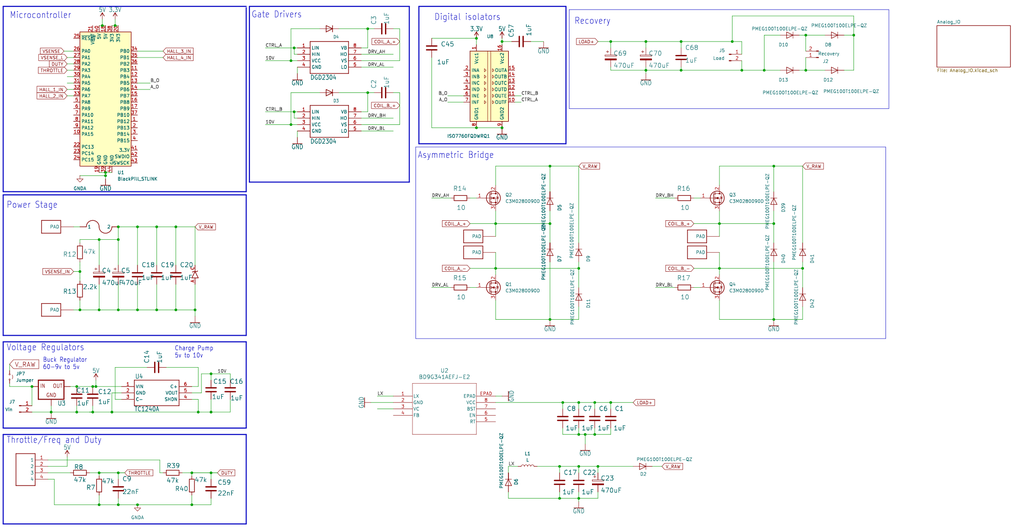
<source format=kicad_sch>
(kicad_sch (version 20231120) (generator "eeschema") (generator_version "8.0")
  (paper "User" 406.705 210.007)
  (junction (at 232.41 172.72))
  (junction (at 78.74 163.83))
  (junction (at 77.47 123.19))
  (junction (at 218.44 66.04))
  (junction (at 38.1 153.67))
  (junction (at 229.87 172.72))
  (junction (at 222.25 185.42))
  (junction (at 39.37 200.66))
  (junction (at 285.75 106.68))
  (junction (at 46.99 123.19))
  (junction (at 196.85 106.68))
  (junction (at 242.57 160.02))
  (junction (at 69.85 123.19))
  (junction (at 39.37 187.96))
  (junction (at 115.57 49.53))
  (junction (at 237.49 185.42))
  (junction (at 229.87 198.12))
  (junction (at 236.22 160.02))
  (junction (at 83.82 187.96))
  (junction (at 54.61 123.19))
  (junction (at 229.87 185.42))
  (junction (at 242.57 16.51))
  (junction (at 62.23 123.19))
  (junction (at 320.04 27.94))
  (junction (at 270.51 27.94))
  (junction (at 20.32 163.83))
  (junction (at 41.91 69.85))
  (junction (at 76.2 187.96))
  (junction (at 115.57 24.13))
  (junction (at 39.37 123.19))
  (junction (at 12.7 153.67))
  (junction (at 285.75 88.9))
  (junction (at 41.91 68.58))
  (junction (at 31.75 107.95))
  (junction (at 307.34 66.04))
  (junction (at 196.85 88.9))
  (junction (at 199.39 16.51))
  (junction (at 46.99 187.96))
  (junction (at 307.34 127))
  (junction (at 256.54 27.94))
  (junction (at 76.2 200.66))
  (junction (at 40.64 10.16))
  (junction (at 116.84 19.05))
  (junction (at 222.25 198.12))
  (junction (at 39.37 95.25))
  (junction (at 83.82 148.59))
  (junction (at 54.61 90.17))
  (junction (at 46.99 95.25))
  (junction (at 307.34 88.9))
  (junction (at 54.61 200.66))
  (junction (at 62.23 90.17))
  (junction (at 116.84 44.45))
  (junction (at 44.45 163.83))
  (junction (at 199.39 50.8))
  (junction (at 189.23 15.24))
  (junction (at 290.83 16.51))
  (junction (at 46.99 200.66))
  (junction (at 30.48 153.67))
  (junction (at 30.48 163.83))
  (junction (at 223.52 160.02))
  (junction (at 318.77 106.68))
  (junction (at 294.64 27.94))
  (junction (at 45.72 10.16))
  (junction (at 236.22 172.72))
  (junction (at 218.44 88.9))
  (junction (at 229.87 106.68))
  (junction (at 36.83 163.83))
  (junction (at 83.82 163.83))
  (junction (at 229.87 160.02))
  (junction (at 31.75 123.19))
  (junction (at 46.99 90.17))
  (junction (at 189.23 50.8))
  (junction (at 320.04 13.97))
  (junction (at 146.05 36.83))
  (junction (at 146.05 11.43))
  (junction (at 36.83 153.67))
  (junction (at 256.54 16.51))
  (junction (at 218.44 127))
  (junction (at 339.09 13.97))
  (junction (at 69.85 90.17))
  (junction (at 270.51 16.51))
  (junction (at 303.53 27.94))
  (wire (pts (xy 232.41 172.72) (xy 232.41 176.53)))
  (wire (pts (xy 290.83 16.51) (xy 290.83 6.35)) (stroke (width 0.1524)))
  (wire (pts (xy 26.67 185.42) (xy 26.67 181.61)) (stroke (width 0.1524)))
  (wire (pts (xy 186.69 114.3) (xy 189.23 114.3)) (stroke (width 0.1524)))
  (wire (pts (xy 285.75 106.68) (xy 318.77 106.68)))
  (wire (pts (xy 78.74 158.75) (xy 78.74 163.83)) (stroke (width 0.1524)))
  (wire (pts (xy 54.61 22.86) (xy 64.77 22.86)))
  (wire (pts (xy 44.45 163.83) (xy 44.45 156.21)) (stroke (width 0.1524)))
  (wire (pts (xy 69.85 113.03) (xy 69.85 123.19)))
  (wire (pts (xy 270.51 27.94) (xy 270.51 26.67)))
  (wire (pts (xy 320.04 22.86) (xy 320.04 27.94)))
  (wire (pts (xy 83.82 148.59) (xy 91.44 148.59)) (stroke (width 0.1524)))
  (wire (pts (xy 46.99 187.96) (xy 49.53 187.96)))
  (wire (pts (xy 158.75 49.53) (xy 143.51 49.53)) (stroke (width 0.1524)))
  (wire (pts (xy 12.7 153.67) (xy 12.7 161.29)))
  (wire (pts (xy 143.51 26.67) (xy 156.21 26.67)) (stroke (width 0.1524)))
  (wire (pts (xy 199.39 16.51) (xy 199.39 17.78)))
  (wire (pts (xy 229.87 127) (xy 218.44 127)))
  (wire (pts (xy 3.81 152.4) (xy 3.81 153.67)))
  (wire (pts (xy 116.84 44.45) (xy 105.41 44.45)) (stroke (width 0.1524)))
  (wire (pts (xy 146.05 11.43) (xy 146.05 19.05)) (stroke (width 0.1524)))
  (wire (pts (xy 36.83 163.83) (xy 44.45 163.83)) (stroke (width 0.1524)))
  (wire (pts (xy 30.48 163.83) (xy 36.83 163.83)) (stroke (width 0.1524)))
  (wire (pts (xy 31.75 123.19) (xy 39.37 123.19)) (stroke (width 0.1524)))
  (wire (pts (xy 116.84 21.59) (xy 116.84 19.05)))
  (wire (pts (xy 118.11 44.45) (xy 116.84 44.45)) (stroke (width 0.1524)))
  (wire (pts (xy 242.57 27.94) (xy 256.54 27.94)))
  (wire (pts (xy 156.21 11.43) (xy 158.75 11.43)))
  (wire (pts (xy 54.61 105.41) (xy 54.61 90.17)) (stroke (width 0.1524)))
  (wire (pts (xy 229.87 66.04) (xy 229.87 96.52)) (stroke (width 0.1524)))
  (wire (pts (xy 242.57 26.67) (xy 242.57 27.94)))
  (wire (pts (xy 259.08 185.42) (xy 262.89 185.42)))
  (wire (pts (xy 285.75 66.04) (xy 285.75 73.66)) (stroke (width 0.1524)))
  (wire (pts (xy 26.67 38.1) (xy 29.21 38.1)))
  (wire (pts (xy 275.59 114.3) (xy 278.13 114.3)) (stroke (width 0.1524)))
  (wire (pts (xy 237.49 187.96) (xy 237.49 185.42)))
  (wire (pts (xy 218.44 88.9) (xy 196.85 88.9)))
  (polyline (pts (xy 162.56 72.39) (xy 162.56 2.54)) (stroke (width 0.4064) (type solid)))
  (wire (pts (xy 36.83 161.29) (xy 36.83 163.83)))
  (polyline (pts (xy 97.79 135.89) (xy 97.79 170.18)) (stroke (width 0.4064) (type solid)))
  (wire (pts (xy 210.82 16.51) (xy 215.9 16.51)))
  (wire (pts (xy 318.77 121.92) (xy 318.77 127)))
  (wire (pts (xy 80.01 156.21) (xy 80.01 148.59)) (stroke (width 0.1524)))
  (wire (pts (xy 285.75 127) (xy 307.34 127)))
  (wire (pts (xy 223.52 162.56) (xy 223.52 160.02)))
  (wire (pts (xy 77.47 113.03) (xy 77.47 123.19)) (stroke (width 0.1524)))
  (wire (pts (xy 218.44 104.14) (xy 218.44 127)))
  (wire (pts (xy 339.09 27.94) (xy 339.09 13.97)) (stroke (width 0.1524)))
  (wire (pts (xy 118.11 29.21) (xy 118.11 26.67)) (stroke (width 0.1524)))
  (wire (pts (xy 204.47 38.1) (xy 207.01 38.1)) (stroke (width 0.1524)))
  (wire (pts (xy 115.57 24.13) (xy 105.41 24.13)) (stroke (width 0.1524)))
  (wire (pts (xy 118.11 21.59) (xy 116.84 21.59)))
  (wire (pts (xy 218.44 83.82) (xy 218.44 88.9)))
  (wire (pts (xy 179.07 78.74) (xy 171.45 78.74)))
  (wire (pts (xy 171.45 22.86) (xy 171.45 50.8)))
  (wire (pts (xy 327.66 13.97) (xy 320.04 13.97)))
  (wire (pts (xy 318.77 66.04) (xy 307.34 66.04)) (stroke (width 0.1524)))
  (wire (pts (xy 38.1 153.67) (xy 48.26 153.67)) (stroke (width 0.1524)))
  (wire (pts (xy 236.22 172.72) (xy 242.57 172.72)))
  (wire (pts (xy 196.85 66.04) (xy 196.85 73.66)) (stroke (width 0.1524)))
  (polyline (pts (xy 1.27 135.89) (xy 97.79 135.89)) (stroke (width 0.4064) (type solid)))
  (wire (pts (xy 76.2 158.75) (xy 78.74 158.75)) (stroke (width 0.1524)))
  (wire (pts (xy 318.77 104.14) (xy 318.77 106.68)))
  (wire (pts (xy 156.21 36.83) (xy 158.75 36.83)))
  (wire (pts (xy 222.25 198.12) (xy 222.25 195.58)))
  (wire (pts (xy 196.85 157.48) (xy 199.39 157.48)))
  (wire (pts (xy 26.67 30.48) (xy 29.21 30.48)))
  (wire (pts (xy 307.34 88.9) (xy 285.75 88.9)))
  (wire (pts (xy 327.66 27.94) (xy 320.04 27.94)))
  (wire (pts (xy 45.72 10.16) (xy 46.99 10.16)))
  (wire (pts (xy 38.1 153.67) (xy 38.1 151.13)) (stroke (width 0.1524)))
  (wire (pts (xy 115.57 24.13) (xy 115.57 11.43)) (stroke (width 0.1524)))
  (wire (pts (xy 46.99 198.12) (xy 46.99 200.66)))
  (wire (pts (xy 39.37 95.25) (xy 46.99 95.25)) (stroke (width 0.1524)))
  (wire (pts (xy 46.99 95.25) (xy 46.99 90.17)) (stroke (width 0.1524)))
  (wire (pts (xy 83.82 163.83) (xy 83.82 158.75)) (stroke (width 0.1524)))
  (wire (pts (xy 189.23 50.8) (xy 199.39 50.8)))
  (wire (pts (xy 78.74 153.67) (xy 76.2 153.67)) (stroke (width 0.1524)))
  (wire (pts (xy 46.99 113.03) (xy 46.99 123.19)) (stroke (width 0.1524)))
  (wire (pts (xy 26.67 22.86) (xy 29.21 22.86)))
  (wire (pts (xy 69.85 105.41) (xy 69.85 90.17)) (stroke (width 0.1524)))
  (wire (pts (xy 229.87 187.96) (xy 229.87 185.42)))
  (wire (pts (xy 223.52 172.72) (xy 229.87 172.72)))
  (polyline (pts (xy 166.37 2.54) (xy 224.79 2.54)) (stroke (width 0.4064) (type solid)))
  (wire (pts (xy 39.37 187.96) (xy 46.99 187.96)))
  (wire (pts (xy 229.87 121.92) (xy 229.87 127)))
  (wire (pts (xy 275.59 78.74) (xy 278.13 78.74)) (stroke (width 0.1524)))
  (wire (pts (xy 76.2 187.96) (xy 83.82 187.96)))
  (wire (pts (xy 294.64 27.94) (xy 303.53 27.94)))
  (wire (pts (xy 72.39 187.96) (xy 76.2 187.96)) (stroke (width 0.1524)))
  (wire (pts (xy 45.72 158.75) (xy 45.72 146.05)) (stroke (width 0.1524)))
  (wire (pts (xy 285.75 106.68) (xy 275.59 106.68)) (stroke (width 0.1524)))
  (wire (pts (xy 54.61 113.03) (xy 54.61 123.19)))
  (wire (pts (xy 285.75 88.9) (xy 285.75 83.82)) (stroke (width 0.1524)))
  (wire (pts (xy 45.72 10.16) (xy 45.72 7.62)) (stroke (width 0.1524)))
  (wire (pts (xy 26.67 27.94) (xy 29.21 27.94)))
  (polyline (pts (xy 99.06 2.54) (xy 99.06 72.39)) (stroke (width 0.4064) (type solid)))
  (wire (pts (xy 54.61 90.17) (xy 62.23 90.17)) (stroke (width 0.1524)))
  (wire (pts (xy 303.53 13.97) (xy 303.53 27.94)))
  (wire (pts (xy 294.64 16.51) (xy 294.64 21.59)))
  (wire (pts (xy 339.09 6.35) (xy 339.09 13.97)) (stroke (width 0.1524)))
  (wire (pts (xy 66.04 146.05) (xy 78.74 146.05)) (stroke (width 0.1524)))
  (wire (pts (xy 31.75 119.38) (xy 31.75 123.19)) (stroke (width 0.1524)))
  (wire (pts (xy 83.82 163.83) (xy 91.44 163.83)) (stroke (width 0.1524)))
  (wire (pts (xy 12.7 163.83) (xy 20.32 163.83)))
  (polyline (pts (xy 1.27 77.47) (xy 1.27 133.35)) (stroke (width 0.4064) (type solid)))
  (wire (pts (xy 83.82 187.96) (xy 86.36 187.96)) (stroke (width 0.1524)))
  (polyline (pts (xy 1.27 2.54) (xy 97.79 2.54)) (stroke (width 0.4064) (type solid)))
  (wire (pts (xy 80.01 148.59) (xy 83.82 148.59)) (stroke (width 0.1524)))
  (wire (pts (xy 44.45 156.21) (xy 48.26 156.21)) (stroke (width 0.1524)))
  (wire (pts (xy 146.05 19.05) (xy 143.51 19.05)) (stroke (width 0.1524)))
  (wire (pts (xy 83.82 198.12) (xy 83.82 200.66)))
  (wire (pts (xy 31.75 105.41) (xy 31.75 107.95)) (stroke (width 0.1524)))
  (wire (pts (xy 229.87 198.12) (xy 237.49 198.12)))
  (wire (pts (xy 143.51 46.99) (xy 156.21 46.99)) (stroke (width 0.1524)))
  (wire (pts (xy 35.56 187.96) (xy 39.37 187.96)) (stroke (width 0.1524)))
  (wire (pts (xy 196.85 100.33) (xy 196.85 106.68)))
  (wire (pts (xy 77.47 125.73) (xy 77.47 123.19)) (stroke (width 0.1524)))
  (wire (pts (xy 237.49 16.51) (xy 242.57 16.51)) (stroke (width 0.1524)))
  (wire (pts (xy 63.5 182.88) (xy 63.5 187.96)))
  (polyline (pts (xy 224.79 57.15) (xy 166.37 57.15)) (stroke (width 0.4064) (type solid)))
  (wire (pts (xy 118.11 49.53) (xy 115.57 49.53)) (stroke (width 0.1524)))
  (wire (pts (xy 236.22 162.56) (xy 236.22 160.02)))
  (wire (pts (xy 3.81 144.78) (xy 3.81 147.32)))
  (wire (pts (xy 62.23 90.17) (xy 69.85 90.17)) (stroke (width 0.1524)))
  (wire (pts (xy 307.34 96.52) (xy 307.34 88.9)))
  (wire (pts (xy 46.99 200.66) (xy 39.37 200.66)) (stroke (width 0.1524)))
  (wire (pts (xy 115.57 11.43) (xy 127 11.43)) (stroke (width 0.1524)))
  (wire (pts (xy 31.75 110.49) (xy 31.75 111.76)))
  (polyline (pts (xy 224.79 2.54) (xy 224.79 57.15)) (stroke (width 0.4064) (type solid)))
  (wire (pts (xy 146.05 44.45) (xy 143.51 44.45)) (stroke (width 0.1524)))
  (wire (pts (xy 171.45 15.24) (xy 189.23 15.24)))
  (wire (pts (xy 242.57 16.51) (xy 256.54 16.51)) (stroke (width 0.1524)))
  (wire (pts (xy 77.47 105.41) (xy 77.47 90.17)) (stroke (width 0.1524)))
  (wire (pts (xy 54.61 200.66) (xy 76.2 200.66)) (stroke (width 0.1524)))
  (wire (pts (xy 26.67 25.4) (xy 29.21 25.4)))
  (wire (pts (xy 83.82 187.96) (xy 86.36 187.96)))
  (wire (pts (xy 39.37 187.96) (xy 46.99 187.96)) (stroke (width 0.1524)))
  (wire (pts (xy 19.05 190.5) (xy 21.59 190.5)) (stroke (width 0.1524)))
  (wire (pts (xy 171.45 50.8) (xy 189.23 50.8)))
  (wire (pts (xy 222.25 185.42) (xy 229.87 185.42)))
  (wire (pts (xy 83.82 187.96) (xy 83.82 190.5)) (stroke (width 0.1524)))
  (polyline (pts (xy 166.37 57.15) (xy 166.37 2.54)) (stroke (width 0.4064) (type solid)))
  (wire (pts (xy 19.05 187.96) (xy 27.94 187.96)) (stroke (width 0.1524)))
  (wire (pts (xy 218.44 96.52) (xy 218.44 88.9)))
  (wire (pts (xy 36.83 163.83) (xy 35.56 163.83)))
  (wire (pts (xy 196.85 106.68) (xy 196.85 109.22)))
  (wire (pts (xy 134.62 11.43) (xy 146.05 11.43)) (stroke (width 0.1524)))
  (wire (pts (xy 115.57 49.53) (xy 105.41 49.53)) (stroke (width 0.1524)))
  (wire (pts (xy 31.75 107.95) (xy 29.21 107.95)) (stroke (width 0.1524)))
  (wire (pts (xy 78.74 146.05) (xy 78.74 153.67)) (stroke (width 0.1524)))
  (wire (pts (xy 218.44 66.04) (xy 218.44 76.2)))
  (wire (pts (xy 41.91 68.58) (xy 41.91 69.85)))
  (wire (pts (xy 62.23 123.19) (xy 69.85 123.19)) (stroke (width 0.1524)))
  (polyline (pts (xy 1.27 76.2) (xy 1.27 2.54)) (stroke (width 0.4064) (type solid)))
  (polyline (pts (xy 99.06 72.39) (xy 162.56 72.39)) (stroke (width 0.4064) (type solid)))
  (wire (pts (xy 118.11 24.13) (xy 115.57 24.13)) (stroke (width 0.1524)))
  (wire (pts (xy 25.4 20.32) (xy 29.21 20.32)))
  (wire (pts (xy 256.54 27.94) (xy 270.51 27.94)))
  (wire (pts (xy 201.93 185.42) (xy 201.93 187.96)))
  (wire (pts (xy 3.81 153.67) (xy 12.7 153.67)))
  (wire (pts (xy 62.23 105.41) (xy 62.23 90.17)) (stroke (width 0.1524)))
  (wire (pts (xy 223.52 160.02) (xy 229.87 160.02)))
  (wire (pts (xy 320.04 13.97) (xy 320.04 20.32)))
  (wire (pts (xy 19.05 182.88) (xy 63.5 182.88)))
  (wire (pts (xy 54.61 33.02) (xy 59.69 33.02)) (stroke (width 0.1524)))
  (wire (pts (xy 27.94 153.67) (xy 30.48 153.67)) (stroke (width 0.1524)))
  (wire (pts (xy 285.75 66.04) (xy 307.34 66.04)) (stroke (width 0.1524)))
  (wire (pts (xy 196.85 66.04) (xy 218.44 66.04)) (stroke (width 0.1524)))
  (wire (pts (xy 229.87 66.04) (xy 218.44 66.04)) (stroke (width 0.1524)))
  (wire (pts (xy 199.39 15.24) (xy 199.39 16.51)))
  (wire (pts (xy 237.49 198.12) (xy 237.49 195.58)))
  (wire (pts (xy 63.5 187.96) (xy 64.77 187.96)))
  (wire (pts (xy 48.26 158.75) (xy 45.72 158.75)) (stroke (width 0.1524)))
  (wire (pts (xy 307.34 127) (xy 318.77 127)))
  (wire (pts (xy 46.99 105.41) (xy 46.99 95.25)) (stroke (width 0.1524)))
  (wire (pts (xy 29.21 123.19) (xy 31.75 123.19)) (stroke (width 0.1524)))
  (polyline (pts (xy 97.79 172.72) (xy 1.27 172.72)) (stroke (width 0.4064) (type solid)))
  (wire (pts (xy 242.57 172.72) (xy 242.57 170.18)))
  (wire (pts (xy 267.97 78.74) (xy 260.35 78.74)))
  (wire (pts (xy 39.37 68.58) (xy 41.91 68.58)))
  (wire (pts (xy 196.85 88.9) (xy 196.85 93.98)))
  (wire (pts (xy 54.61 200.66) (xy 46.99 200.66)) (stroke (width 0.1524)))
  (wire (pts (xy 290.83 6.35) (xy 339.09 6.35)) (stroke (width 0.1524)))
  (wire (pts (xy 76.2 196.85) (xy 76.2 200.66)) (stroke (width 0.1524)))
  (wire (pts (xy 290.83 16.51) (xy 294.64 16.51)) (stroke (width 0.1524)))
  (wire (pts (xy 45.72 146.05) (xy 58.42 146.05)) (stroke (width 0.1524)))
  (wire (pts (xy 149.86 157.48) (xy 156.21 157.48)))
  (wire (pts (xy 40.64 10.16) (xy 41.91 10.16)))
  (wire (pts (xy 91.44 148.59) (xy 91.44 151.13)) (stroke (width 0.1524)))
  (wire (pts (xy 285.75 100.33) (xy 285.75 106.68)))
  (wire (pts (xy 31.75 95.25) (xy 39.37 95.25)) (stroke (width 0.1524)))
  (wire (pts (xy 229.87 162.56) (xy 229.87 160.02)))
  (polyline (pts (xy 97.79 3.048) (xy 97.79 76.2)) (stroke (width 0.4064) (type solid)))
  (wire (pts (xy 39.37 10.16) (xy 40.64 10.16)))
  (polyline (pts (xy 97.79 77.47) (xy 1.27 77.47)) (stroke (width 0.4064) (type solid)))
  (wire (pts (xy 229.87 104.14) (xy 229.87 106.68)))
  (wire (pts (xy 267.97 114.3) (xy 260.35 114.3)))
  (wire (pts (xy 213.36 185.42) (xy 222.25 185.42)))
  (polyline (pts (xy 97.79 208.28) (xy 97.79 172.72)) (stroke (width 0.4064) (type solid)))
  (polyline (pts (xy 1.27 133.35) (xy 97.79 133.35)) (stroke (width 0.4064) (type solid)))
  (wire (pts (xy 76.2 156.21) (xy 80.01 156.21)) (stroke (width 0.1524)))
  (wire (pts (xy 205.74 185.42) (xy 201.93 185.42)))
  (wire (pts (xy 19.05 185.42) (xy 26.67 185.42)) (stroke (width 0.1524)))
  (wire (pts (xy 44.45 163.83) (xy 78.74 163.83)) (stroke (width 0.1524)))
  (wire (pts (xy 54.61 123.19) (xy 62.23 123.19)) (stroke (width 0.1524)))
  (wire (pts (xy 29.21 90.17) (xy 31.75 90.17)) (stroke (width 0.1524)))
  (wire (pts (xy 49.53 187.96) (xy 46.99 187.96)) (stroke (width 0.1524)))
  (wire (pts (xy 320.04 13.97) (xy 317.5 13.97)))
  (wire (pts (xy 46.99 187.96) (xy 46.99 190.5)) (stroke (width 0.1524)))
  (wire (pts (xy 222.25 198.12) (xy 229.87 198.12)))
  (wire (pts (xy 177.8 38.1) (xy 184.15 38.1)))
  (wire (pts (xy 189.23 15.24) (xy 189.23 17.78)))
  (wire (pts (xy 76.2 187.96) (xy 76.2 189.23)))
  (wire (pts (xy 156.21 160.02) (xy 147.32 160.02)))
  (wire (pts (xy 307.34 104.14) (xy 307.34 127)))
  (wire (pts (xy 158.75 36.83) (xy 158.75 49.53)) (stroke (width 0.1524)))
  (wire (pts (xy 115.57 36.83) (xy 127 36.83)) (stroke (width 0.1524)))
  (wire (pts (xy 270.51 16.51) (xy 270.51 19.05)))
  (wire (pts (xy 229.87 172.72) (xy 232.41 172.72)))
  (wire (pts (xy 46.99 123.19) (xy 54.61 123.19)) (stroke (width 0.1524)))
  (polyline (pts (xy 1.27 170.18) (xy 1.27 135.89)) (stroke (width 0.4064) (type solid)))
  (wire (pts (xy 78.74 163.83) (xy 83.82 163.83)) (stroke (width 0.1524)))
  (wire (pts (xy 41.91 69.85) (xy 41.91 71.12)))
  (wire (pts (xy 256.54 16.51) (xy 270.51 16.51)) (stroke (width 0.1524)))
  (wire (pts (xy 44.45 10.16) (xy 45.72 10.16)))
  (wire (pts (xy 196.85 160.02) (xy 223.52 160.02)))
  (wire (pts (xy 21.59 190.5) (xy 21.59 200.66)) (stroke (width 0.1524)))
  (wire (pts (xy 236.22 160.02) (xy 242.57 160.02)))
  (wire (pts (xy 307.34 66.04) (xy 307.34 76.2)))
  (wire (pts (xy 39.37 196.85) (xy 39.37 200.66)) (stroke (width 0.1524)))
  (wire (pts (xy 36.83 153.67) (xy 38.1 153.67)) (stroke (width 0.1524)))
  (wire (pts (xy 118.11 54.61) (xy 118.11 52.07)) (stroke (width 0.1524)))
  (wire (pts (xy 196.85 88.9) (xy 196.85 83.82)) (stroke (width 0.1524)))
  (wire (pts (xy 54.61 35.56) (xy 59.69 35.56)) (stroke (width 0.1524)))
  (wire (pts (xy 270.51 16.51) (xy 290.83 16.51)) (stroke (width 0.1524)))
  (wire (pts (xy 115.57 49.53) (xy 115.57 36.83)) (stroke (width 0.1524)))
  (wire (pts (xy 31.75 95.25) (xy 31.75 96.52)))
  (wire (pts (xy 69.85 90.17) (xy 77.47 90.17)) (stroke (width 0.1524)))
  (wire (pts (xy 31.75 107.95) (xy 31.75 110.49)) (stroke (width 0.1524)))
  (wire (pts (xy 143.51 21.59) (xy 156.21 21.59)) (stroke (width 0.1524)))
  (wire (pts (xy 339.09 13.97) (xy 335.28 13.97)))
  (wire (pts (xy 116.84 46.99) (xy 116.84 44.45)))
  (wire (pts (xy 309.88 27.94) (xy 303.53 27.94)))
  (wire (pts (xy 285.75 106.68) (xy 285.75 109.22)))
  (wire (pts (xy 148.59 11.43) (xy 146.05 11.43)) (stroke (width 0.1524)))
  (wire (pts (xy 196.85 106.68) (xy 229.87 106.68)))
  (wire (pts (xy 186.69 78.74) (xy 189.23 78.74)) (stroke (width 0.1524)))
  (polyline (pts (xy 97.79 76.2) (xy 1.27 76.2)) (stroke (width 0.4064) (type solid)))
  (wire (pts (xy 320.04 27.94) (xy 317.5 27.94)))
  (wire (pts (xy 199.39 16.51) (xy 203.2 16.51)))
  (wire (pts (xy 76.2 200.66) (xy 83.82 200.66)) (stroke (width 0.1524)))
  (wire (pts (xy 177.8 40.64) (xy 184.15 40.64)))
  (wire (pts (xy 285.75 88.9) (xy 285.75 93.98)))
  (wire (pts (xy 26.67 35.56) (xy 29.21 35.56)))
  (wire (pts (xy 31.75 69.85) (xy 41.91 69.85)))
  (wire (pts (xy 143.51 24.13) (xy 158.75 24.13)) (stroke (width 0.1524)))
  (wire (pts (xy 196.85 119.38) (xy 196.85 127)))
  (wire (pts (xy 21.59 200.66) (xy 39.37 200.66)) (stroke (width 0.1524)))
  (wire (pts (xy 31.75 104.14) (xy 31.75 105.41)))
  (wire (pts (xy 62.23 113.03) (xy 62.23 123.19)))
  (polyline (pts (xy 1.27 172.72) (xy 1.27 208.28)) (stroke (width 0.4064) (type solid)))
  (wire (pts (xy 242.57 162.56) (xy 242.57 160.02)))
  (wire (pts (xy 229.87 106.68) (xy 229.87 114.3)))
  (wire (pts (xy 196.85 88.9) (xy 186.69 88.9)) (stroke (width 0.1524)))
  (wire (pts (xy 91.44 163.83) (xy 91.44 158.75)) (stroke (width 0.1524)))
  (wire (pts (xy 83.82 151.13) (xy 83.82 148.59)) (stroke (width 0.1524)))
  (wire (pts (xy 285.75 119.38) (xy 285.75 127)))
  (wire (pts (xy 196.85 106.68) (xy 186.69 106.68)) (stroke (width 0.1524)))
  (wire (pts (xy 270.51 27.94) (xy 294.64 27.94)))
  (polyline (pts (xy 1.27 208.28) (xy 97.79 208.28)) (stroke (width 0.4064) (type solid)))
  (wire (pts (xy 229.87 172.72) (xy 229.87 170.18)))
  (wire (pts (xy 54.61 20.32) (xy 64.77 20.32)))
  (wire (pts (xy 309.88 13.97) (xy 303.53 13.97)))
  (wire (pts (xy 242.57 160.02) (xy 251.46 160.02)))
  (wire (pts (xy 229.87 198.12) (xy 229.87 199.39)))
  (wire (pts (xy 229.87 160.02) (xy 236.22 160.02)))
  (wire (pts (xy 158.75 11.43) (xy 158.75 24.13)) (stroke (width 0.1524)))
  (wire (pts (xy 30.48 153.67) (xy 36.83 153.67)))
  (wire (pts (xy 201.93 195.58) (xy 201.93 198.12)))
  (wire (pts (xy 118.11 46.99) (xy 116.84 46.99)))
  (wire (pts (xy 229.87 198.12) (xy 229.87 195.58)))
  (wire (pts (xy 134.62 36.83) (xy 146.05 36.83)) (stroke (width 0.1524)))
  (wire (pts (xy 256.54 27.94) (xy 256.54 29.21)))
  (wire (pts (xy 237.49 185.42) (xy 251.46 185.42)))
  (wire (pts (xy 201.93 198.12) (xy 222.25 198.12)))
  (wire (pts (xy 30.48 161.29) (xy 30.48 163.83)))
  (wire (pts (xy 285.75 88.9) (xy 275.59 88.9)) (stroke (width 0.1524)))
  (wire (pts (xy 148.59 36.83) (xy 146.05 36.83)) (stroke (width 0.1524)))
  (wire (pts (xy 232.41 172.72) (xy 236.22 172.72)))
  (wire (pts (xy 222.25 187.96) (xy 222.25 185.42)))
  (wire (pts (xy 39.37 105.41) (xy 39.37 95.25)) (stroke (width 0.1524)))
  (wire (pts (xy 39.37 187.96) (xy 39.37 189.23)))
  (wire (pts (xy 40.64 7.62) (xy 40.64 10.16)))
  (polyline (pts (xy 97.79 133.35) (xy 97.79 77.47)) (stroke (width 0.4064) (type solid)))
  (wire (pts (xy 196.85 127) (xy 218.44 127)))
  (wire (pts (xy 339.09 27.94) (xy 335.28 27.94)) (stroke (width 0.1524)))
  (wire (pts (xy 143.51 52.07) (xy 156.21 52.07)) (stroke (width 0.1524)))
  (wire (pts (xy 179.07 114.3) (xy 171.45 114.3)))
  (wire (pts (xy 204.47 40.64) (xy 207.01 40.64)) (stroke (width 0.1524)))
  (polyline (pts (xy 97.79 170.18) (xy 1.27 170.18)) (stroke (width 0.4064) (type solid)))
  (wire (pts (xy 76.2 187.96) (xy 83.82 187.96)) (stroke (width 0.1524)))
  (wire (pts (xy 256.54 26.67) (xy 256.54 27.94)))
  (wire (pts (xy 318.77 106.68) (xy 318.77 114.3)))
  (wire (pts (xy 229.87 185.42) (xy 237.49 185.42)))
  (wire (pts (xy 41.91 68.58) (xy 44.45 68.58)))
  (wire (pts (xy 39.37 113.03) (xy 39.37 123.19)) (stroke (width 0.1524)))
  (wire (pts (xy 156.21 162.56) (xy 149.86 162.56)))
  (wire (pts (xy 69.85 123.19) (xy 77.47 123.19)) (stroke (width 0.1524)))
  (wire (pts (xy 46.99 90.17) (xy 54.61 90.17)) (stroke (width 0.1524)))
  (wire (pts (xy 146.05 36.83) (xy 146.05 44.45)) (stroke (width 0.1524)))
  (wire (pts (xy 20.32 163.83) (xy 20.32 161.29)) (stroke (width 0.1524)))
  (wire (pts (xy 26.67 33.02) (xy 29.21 33.02)))
  (wire (pts (xy 307.34 83.82) (xy 307.34 88.9)))
  (polyline (pts (xy 162.56 2.54) (xy 99.06 2.54)) (stroke (width 0.4064) (type solid)))
  (wire (pts (xy 318.77 66.04) (xy 318.77 96.52)) (stroke (width 0.1524)))
  (wire (pts (xy 236.22 172.72) (xy 236.22 170.18)))
  (wire (pts (xy 242.57 16.51) (xy 242.57 19.05)))
  (wire (pts (xy 116.84 19.05) (xy 105.41 19.05)) (stroke (width 0.1524)))
  (wire (pts (xy 256.54 16.51) (xy 256.54 19.05)))
  (wire (pts (xy 223.52 172.72) (xy 223.52 170.18)))
  (wire (pts (xy 39.37 123.19) (xy 46.99 123.19)) (stroke (width 0.1524)))
  (wire (pts (xy 294.64 24.13) (xy 294.64 27.94)))
  (wire (pts (xy 20.32 163.83) (xy 30.48 163.83)) (stroke (width 0.1524)))
  (wire (pts (xy 118.11 19.05) (xy 116.84 19.05)) (stroke (width 0.1524)))
  (rectangle (start 226.06 3.81) (end 353.06 43.18))
  (rectangle (start 165.1 58.42) (end 351.79 134.62))
  (text "Digital isolators" (at 172.466 8.382 0) (effects (font (size 2.54 2.159)) (justify left bottom)))
  (text "Power Stage" (at 2.54 83.058 0) (effects (font (size 2.54 2.159)) (justify left bottom)))
  (text "Throttle/Freq and Duty" (at 2.54 176.53 0) (effects (font (size 2.54 2.159)) (justify left bottom)))
  (text "Microcontroller" (at 3.81 7.62 0) (effects (font (size 2.54 2.159)) (justify left bottom)))
  (text "Charge Pump\n5v to 10v" (at 69.342 142.494 0) (effects (font (size 1.778 1.5113)) (justify left bottom)))
  (text "Buck Regulator\n60-9v to 5v" (at 17.018 147.066 0) (effects (font (size 1.778 1.5113)) (justify left bottom)))
  (text "Voltage Regulators" (at 2.54 139.7 0) (effects (font (size 2.54 2.159)) (justify left bottom)))
  (text "Gate Drivers" (at 99.822 7.366 0) (effects (font (size 2.54 2.159)) (justify left bottom)))
  (text "Recovery" (at 228.092 9.906 0) (effects (font (size 2.54 2.159)) (justify left bottom)))
  (text "Asymmetric Bridge" (at 165.862 63.246 0) (effects (font (size 2.54 2.159)) (justify left bottom)))
  (label "CTRL_A" (at 105.41 19.05 0) (effects (font (size 1.2446 1.2446))))
  (label "DRV_BL" (at 146.05 52.07 0) (effects (font (size 1.2446 1.2446))))
  (label "DRV_AL" (at 146.05 26.67 0) (effects (font (size 1.2446 1.2446))))
  (label "DRV_BH" (at 260.35 78.74 0) (effects (font (size 1.2446 1.2446))))
  (label "LX" (at 149.86 157.48 0))
  (label "B_O" (at 59.69 33.02 0) (effects (font (size 1.2446 1.2446))))
  (label "A_O" (at 59.69 35.56 0) (effects (font (size 1.2446 1.2446))))
  (label "B_O" (at 177.8 38.1 180) (effects (font (size 1.2446 1.2446))))
  (label "10V" (at 86.36 148.59 0) (effects (font (size 1.2446 1.2446))))
  (label "CTRL_B" (at 207.01 38.1 0) (effects (font (size 1.2446 1.2446))))
  (label "DRV_BH" (at 146.05 46.99 0) (effects (font (size 1.2446 1.2446))))
  (label "10V" (at 105.41 49.53 0) (effects (font (size 1.2446 1.2446))))
  (label "DRV_AH" (at 146.05 21.59 0) (effects (font (size 1.2446 1.2446))))
  (label "A_O" (at 177.8 40.64 180) (effects (font (size 1.2446 1.2446))))
  (label "CTRL_B" (at 105.41 44.45 0) (effects (font (size 1.2446 1.2446))))
  (label "CTRL_A" (at 207.01 40.64 0) (effects (font (size 1.2446 1.2446))))
  (label "DRV_BL" (at 260.35 114.3 0) (effects (font (size 1.2446 1.2446))))
  (label "DRV_AL" (at 171.45 114.3 0) (effects (font (size 1.2446 1.2446))))
  (label "DRV_AH" (at 171.45 78.74 0) (effects (font (size 1.2446 1.2446))))
  (label "LX" (at 201.93 185.42 0))
  (label "10V" (at 105.41 24.13 0) (effects (font (size 1.2446 1.2446))))
  (global_label "VSENSE_IN" (shape input) (at 29.21 107.95 180) (effects (font (size 1.2446 1.2446))) (property "Intersheetrefs" "${INTERSHEET_REFS}" (effects (hide yes))))
  (global_label "COIL_B_+" (shape input) (at 158.75 41.91 180) (effects (font (size 1.2446 1.2446))) (property "Intersheetrefs" "${INTERSHEET_REFS}" (effects (hide yes))))
  (global_label "COIL_B_-" (shape input) (at 275.59 106.68 180) (effects (font (size 1.2446 1.2446))) (property "Intersheetrefs" "${INTERSHEET_REFS}" (effects (hide yes))))
  (global_label "THROTTLE" (shape input) (at 49.53 187.96 0) (effects (font (size 1.2446 1.2446))) (property "Intersheetrefs" "${INTERSHEET_REFS}" (effects (hide yes))))
  (global_label "V_RAW" (shape input) (at 3.81 144.78 0) (effects (font (size 1.778 1.778))) (property "Intersheetrefs" "${INTERSHEET_REFS}" (effects (hide yes))))
  (global_label "COIL_B_+" (shape input) (at 275.59 88.9 180) (effects (font (size 1.2446 1.2446))) (property "Intersheetrefs" "${INTERSHEET_REFS}" (effects (hide yes))))
  (global_label "VSENSE" (shape input) (at 25.4 20.32 180) (effects (font (size 1.2446 1.2446))) (property "Intersheetrefs" "${INTERSHEET_REFS}" (effects (hide yes))))
  (global_label "V_RAW" (shape input) (at 318.77 66.04 0) (property "Intersheetrefs" "${INTERSHEET_REFS}" (effects (hide yes))))
  (global_label "V_RAW" (shape input) (at 262.89 185.42 0) (property "Intersheetrefs" "${INTERSHEET_REFS}" (effects (hide yes))))
  (global_label "LOAD+" (shape input) (at 237.49 16.51 180) (effects (font (size 1.2446 1.2446))) (property "Intersheetrefs" "${INTERSHEET_REFS}" (effects (hide yes))))
  (global_label "V_RAW" (shape input) (at 77.47 90.17 0) (effects (font (size 1.2446 1.2446))) (property "Intersheetrefs" "${INTERSHEET_REFS}" (effects (hide yes))))
  (global_label "HALL_3_IN" (shape input) (at 64.77 20.32 0) (property "Intersheetrefs" "${INTERSHEET_REFS}" (effects (hide yes))))
  (global_label "DUTY" (shape input) (at 86.36 187.96 0) (effects (font (size 1.2446 1.2446))) (property "Intersheetrefs" "${INTERSHEET_REFS}" (effects (hide yes))))
  (global_label "COIL_A_+" (shape input) (at 158.75 16.51 180) (effects (font (size 1.2446 1.2446))) (property "Intersheetrefs" "${INTERSHEET_REFS}" (effects (hide yes))))
  (global_label "HALL_1_IN" (shape input) (at 26.67 35.56 180) (property "Intersheetrefs" "${INTERSHEET_REFS}" (effects (hide yes))))
  (global_label "VSENSE_L" (shape input) (at 26.67 22.86 180) (effects (font (size 1.2446 1.2446))) (property "Intersheetrefs" "${INTERSHEET_REFS}" (effects (hide yes))))
  (global_label "HALL_4_IN" (shape input) (at 64.77 22.86 0) (property "Intersheetrefs" "${INTERSHEET_REFS}" (effects (hide yes))))
  (global_label "DUTY" (shape input) (at 26.67 25.4 180) (property "Intersheetrefs" "${INTERSHEET_REFS}" (effects (hide yes))))
  (global_label "COIL_A_-" (shape input) (at 186.69 106.68 180) (effects (font (size 1.2446 1.2446))) (property "Intersheetrefs" "${INTERSHEET_REFS}" (effects (hide yes))))
  (global_label "V_RAW" (shape input) (at 229.87 66.04 0) (property "Intersheetrefs" "${INTERSHEET_REFS}" (effects (hide yes))))
  (global_label "LOAD+" (shape input) (at 251.46 160.02 0) (effects (font (size 1.2446 1.2446))) (property "Intersheetrefs" "${INTERSHEET_REFS}" (effects (hide yes))))
  (global_label "COIL_A_+" (shape input) (at 186.69 88.9 180) (effects (font (size 1.2446 1.2446))) (property "Intersheetrefs" "${INTERSHEET_REFS}" (effects (hide yes))))
  (global_label "THROTTLE" (shape input) (at 26.67 27.94 180) (property "Intersheetrefs" "${INTERSHEET_REFS}" (effects (hide yes))))
  (global_label "HALL_2_IN" (shape input) (at 26.67 38.1 180) (property "Intersheetrefs" "${INTERSHEET_REFS}" (effects (hide yes))))
  (symbol (lib_id "main-eagle-import:5V") (at 199.39 15.24 0) (unit 1)
    (property "Reference" "#SUPPLY010" (effects (hide yes)))
    (property "Value" "5V" (at 199.39 12.446 0) (effects (font (size 1.778 1.5113)) (justify bottom)))
  )
  (symbol (lib_id "Component_Library:R2k2") (at 31.75 115.57 180) (unit 1)
    (property "Reference" "R13" (at 27.686 114.808 0) (effects (font (size 1.778 1.778)) (justify bottom)))
    (property "Value" "2.2k" (at 35.814 115.062 0) (effects (font (size 1.778 1.778)) (justify top)))
    (property "Footprint" "Resistor_SMD:R_1206_3216Metric" (effects (hide yes)))
    (property "Description" "Resistor" (effects (hide yes)))
  )
  (symbol (lib_id "Component_Library:CHV1812N250105MXT") (at 152.4 36.83 90) (unit 1)
    (property "Reference" "C2" (at 149.479 35.306 0) (effects (font (size 1.778 1.778)) (justify left bottom)))
    (property "Value" "1uF" (at 154.559 35.306 0) (effects (font (size 1.778 1.778)) (justify left bottom)))
    (property "Footprint" "Capacitor_SMD:C_1812_4532Metric" (effects (hide yes)))
    (property "Datasheet" "https://88ce57.p3cdn1.secureserver.net/wp-content/uploads/2023/01/chv_series-1.pdf" (effects (hide yes)))
    (property "Description" "HVCAP1812 X7R 1UF 20% 250V" (effects (hide yes)))
  )
  (symbol (lib_id "Component_Library:CHV1812N250105MXT") (at 222.25 191.77 0) (unit 1)
    (property "Reference" "C17" (at 223.774 188.849 0) (effects (font (size 1.778 1.778)) (justify left bottom)))
    (property "Value" "1uF" (at 223.266 196.596 0) (effects (font (size 1.778 1.778)) (justify left bottom)))
    (property "Footprint" "Capacitor_SMD:C_1812_4532Metric" (effects (hide yes)))
    (property "Datasheet" "https://88ce57.p3cdn1.secureserver.net/wp-content/uploads/2023/01/chv_series-1.pdf" (effects (hide yes)))
    (property "Description" "HVCAP1812 X7R 1UF 20% 250V" (effects (hide yes)))
  )
  (symbol (lib_id "Component_Library:CHV1812N250105MXT") (at 83.82 154.94 0) (unit 1)
    (property "Reference" "C15" (at 84.582 152.654 0) (effects (font (size 1.778 1.778)) (justify left bottom)))
    (property "Value" "1uF" (at 84.074 158.75 0) (effects (font (size 1.778 1.778)) (justify left bottom)))
    (property "Footprint" "Capacitor_SMD:C_1812_4532Metric" (effects (hide yes)))
    (property "Datasheet" "https://88ce57.p3cdn1.secureserver.net/wp-content/uploads/2023/01/chv_series-1.pdf" (effects (hide yes)))
    (property "Description" "HVCAP1812 X7R 1UF 20% 250V" (effects (hide yes)))
  )
  (symbol (lib_id "Component_Library:PMEG100T100ELPE-QZ") (at 218.44 80.01 270) (unit 1)
    (property "Reference" "D5" (at 222.25 82.55 0))
    (property "Value" "PMEG100T100ELPE-QZ" (at 215.9 80.01 0))
    (property "Footprint" "Package_TO_SOT_SMD:Nexperia_CFP15_SOT-1289" (effects (hide yes)))
    (property "Datasheet" "https://assets.nexperia.com/documents/data-sheet/PMEG100T100ELPE-Q.pdf" (effects (hide yes)))
    (property "Description" "DIODE SCHOTTKY 100V 10A 22ns" (effects (hide yes)))
  )
  (symbol (lib_id "Component_Library:ROX1SJ10R") (at 271.78 78.74 270) (unit 1)
    (property "Reference" "R16" (at 271.526 75.946 90) (effects (font (size 1.778 1.778)) (justify bottom)))
    (property "Value" "10" (at 272.034 81.534 90) (effects (font (size 1.778 1.778)) (justify top)))
    (property "Footprint" "Resistor_THT:R_Axial_DIN0411_L9.9mm_D3.6mm_P15.24mm_Horizontal" (effects (hide yes)))
    (property "Datasheet" "https://www.te.com/commerce/DocumentDelivery/DDEController?Action=srchrtrv&DocNm=1773271&DocType=DS&DocLang=English" (effects (hide yes)))
    (property "Description" "RES 10 OHM 5% 1W AXIAL" (effects (hide yes)))
  )
  (symbol (lib_id "Component_Library:PMEG100T100ELPE-QZ") (at 318.77 118.11 270) (unit 1)
    (property "Reference" "D42" (at 322.58 120.65 0))
    (property "Value" "PMEG100T100ELPE-QZ" (at 316.23 118.11 0))
    (property "Footprint" "Package_TO_SOT_SMD:Nexperia_CFP15_SOT-1289" (effects (hide yes)))
    (property "Datasheet" "https://assets.nexperia.com/documents/data-sheet/PMEG100T100ELPE-Q.pdf" (effects (hide yes)))
    (property "Description" "DIODE SCHOTTKY 100V 10A 22ns" (effects (hide yes)))
  )
  (symbol (lib_id "Component_Library:C3M0280090D_TO247") (at 194.31 114.3 0) (unit 1)
    (property "Reference" "Q1" (at 200.66 113.0299 0) (effects (justify left)))
    (property "Value" "C3M0280090D" (at 200.66 115.5699 0) (effects (justify left)))
    (property "Footprint" "Package_TO_SOT_THT:TO-247-3_Horizontal_TabDown" (effects (hide yes)))
    (property "Datasheet" "https://assets.wolfspeed.com/uploads/2024/01/Wolfspeed_C3M0280090D_data_sheet.pdf" (effects (hide yes)))
    (property "Description" "11.5A Id, 900V Vds, 280mOhm, N-Channel SiC MOSFET, TO-247" (effects (hide yes)))
  )
  (symbol (lib_id "Component_Library:CHV1812N250105MXT") (at 30.48 157.48 0) (unit 1)
    (property "Reference" "C11" (at 30.226 156.21 0) (effects (font (size 1.778 1.778)) (justify left bottom)))
    (property "Value" "1uF" (at 30.48 161.29 0) (effects (font (size 1.778 1.778)) (justify left bottom)))
    (property "Footprint" "Capacitor_SMD:C_1812_4532Metric" (effects (hide yes)))
    (property "Datasheet" "https://88ce57.p3cdn1.secureserver.net/wp-content/uploads/2023/01/chv_series-1.pdf" (effects (hide yes)))
    (property "Description" "HVCAP1812 X7R 1UF 20% 250V" (effects (hide yes)))
  )
  (symbol (lib_id "Component_Library:CHV1812N250105MXT") (at 69.85 109.22 0) (unit 1)
    (property "Reference" "C20" (at 71.374 106.299 0) (effects (font (size 1.778 1.778)) (justify left bottom)))
    (property "Value" "1uF" (at 71.374 111.379 0) (effects (font (size 1.778 1.778)) (justify left bottom)))
    (property "Footprint" "Capacitor_SMD:C_1812_4532Metric" (effects (hide yes)))
    (property "Datasheet" "https://88ce57.p3cdn1.secureserver.net/wp-content/uploads/2023/01/chv_series-1.pdf" (effects (hide yes)))
    (property "Description" "HVCAP1812 X7R 1UF 20% 250V" (effects (hide yes)))
  )
  (symbol (lib_id "main-eagle-import:PAD") (at 189.23 100.33 180) (unit 1)
    (property "Reference" "U$2" (effects (hide yes)))
    (property "Value" "PAD" (effects (hide yes)))
    (property "Footprint" "main:PAD" (effects (hide yes)))
  )
  (symbol (lib_id "Component_Library:PMEG100T100ELPE-QZ") (at 229.87 118.11 270) (unit 1)
    (property "Reference" "D11" (at 233.68 120.65 0))
    (property "Value" "PMEG100T100ELPE-QZ" (at 227.33 118.11 0))
    (property "Footprint" "Package_TO_SOT_SMD:Nexperia_CFP15_SOT-1289" (effects (hide yes)))
    (property "Datasheet" "https://assets.nexperia.com/documents/data-sheet/PMEG100T100ELPE-Q.pdf" (effects (hide yes)))
    (property "Description" "DIODE SCHOTTKY 100V 10A 22ns" (effects (hide yes)))
  )
  (symbol (lib_id "main-eagle-import:GND") (at 118.11 57.15 0) (unit 1)
    (property "Reference" "#GND09" (effects (hide yes)))
    (property "Value" "GND" (at 118.11 57.404 0) (effects (font (size 1.778 1.5113)) (justify top)))
  )
  (symbol (lib_id "Component_Library:CHV1812N250105MXT") (at 171.45 19.05 0) (unit 1)
    (property "Reference" "C45" (at 175.006 18.542 0) (effects (font (size 1.778 1.778)) (justify left bottom)))
    (property "Value" "1uF" (at 173.482 25.654 0) (effects (font (size 1.778 1.778)) (justify left bottom)))
    (property "Footprint" "Capacitor_SMD:C_1812_4532Metric" (effects (hide yes)))
    (property "Datasheet" "https://88ce57.p3cdn1.secureserver.net/wp-content/uploads/2023/01/chv_series-1.pdf" (effects (hide yes)))
    (property "Description" "HVCAP1812 X7R 1UF 20% 250V" (effects (hide yes)))
  )
  (symbol (lib_id "main-eagle-import:PAD") (at 21.59 123.19 180) (unit 1)
    (property "Reference" "U$5" (effects (hide yes)))
    (property "Value" "PAD" (effects (hide yes)))
    (property "Footprint" "main:PAD" (effects (hide yes)))
  )
  (symbol (lib_id "Component_Library:PMEG100T100ELPE-QZ") (at 313.69 27.94 180) (unit 1)
    (property "Reference" "D13" (at 311.15 31.75 0))
    (property "Value" "PMEG100T100ELPE-QZ" (at 313.944 36.83 0))
    (property "Footprint" "Package_TO_SOT_SMD:Nexperia_CFP15_SOT-1289" (effects (hide yes)))
    (property "Datasheet" "https://assets.nexperia.com/documents/data-sheet/PMEG100T100ELPE-Q.pdf" (effects (hide yes)))
    (property "Description" "DIODE SCHOTTKY 100V 10A 22ns" (effects (hide yes)))
  )
  (symbol (lib_id "Jumper:Jumper_2_Small_Open") (at 3.81 149.86 270) (unit 1) (exclude_from_sim yes)
    (property "Reference" "JP7" (at 6.35 148.5899 90) (effects (justify left)))
    (property "Value" "Jumper" (at 6.35 151.1299 90) (effects (justify left)))
    (property "Footprint" "Jumper:SolderJumper-2_P1.3mm_Open_RoundedPad1.0x1.5mm" (effects (hide yes)))
    (property "Description" "Jumper, 2-pole, small symbol, open" (effects (hide yes)))
  )
  (symbol (lib_id "Component_Library:CHV1812N250105MXT") (at 62.23 109.22 0) (unit 1)
    (property "Reference" "C19" (at 63.754 106.299 0) (effects (font (size 1.778 1.778)) (justify left bottom)))
    (property "Value" "1uF" (at 63.754 111.379 0) (effects (font (size 1.778 1.778)) (justify left bottom)))
    (property "Footprint" "Capacitor_SMD:C_1812_4532Metric" (effects (hide yes)))
    (property "Datasheet" "https://88ce57.p3cdn1.secureserver.net/wp-content/uploads/2023/01/chv_series-1.pdf" (effects (hide yes)))
    (property "Description" "HVCAP1812 X7R 1UF 20% 250V" (effects (hide yes)))
  )
  (symbol (lib_id "Component_Library:PMEG100T100ELPE-QZ") (at 255.27 185.42 180) (unit 1)
    (property "Reference" "D2" (at 255.524 188.468 0))
    (property "Value" "PMEG100T100ELPE-QZ" (at 263.906 182.626 0))
    (property "Footprint" "Package_TO_SOT_SMD:Nexperia_CFP15_SOT-1289" (effects (hide yes)))
    (property "Datasheet" "https://assets.nexperia.com/documents/data-sheet/PMEG100T100ELPE-Q.pdf" (effects (hide yes)))
    (property "Description" "DIODE SCHOTTKY 100V 10A 22ns" (effects (hide yes)))
  )
  (symbol (lib_id "Component_Library:R47k") (at 76.2 193.04 180) (unit 1)
    (property "Reference" "R40" (at 72.136 193.294 0) (effects (font (size 1.778 1.778)) (justify bottom)))
    (property "Value" "47k" (at 79.756 191.77 0) (effects (font (size 1.778 1.778)) (justify top)))
    (property "Footprint" "Resistor_SMD:R_1206_3216Metric" (effects (hide yes)))
    (property "Description" "Resistor" (effects (hide yes)))
  )
  (symbol (lib_id "Component_Library:ROX1SJ10R") (at 182.88 114.3 270) (unit 1)
    (property "Reference" "R15" (at 182.626 111.506 90) (effects (font (size 1.778 1.778)) (justify bottom)))
    (property "Value" "10" (at 183.134 117.094 90) (effects (font (size 1.778 1.778)) (justify top)))
    (property "Footprint" "Resistor_THT:R_Axial_DIN0411_L9.9mm_D3.6mm_P15.24mm_Horizontal" (effects (hide yes)))
    (property "Datasheet" "https://www.te.com/commerce/DocumentDelivery/DDEController?Action=srchrtrv&DocNm=1773271&DocType=DS&DocLang=English" (effects (hide yes)))
    (property "Description" "RES 10 OHM 5% 1W AXIAL" (effects (hide yes)))
  )
  (symbol (lib_id "main-eagle-import:GND") (at 229.87 201.93 0) (unit 1)
    (property "Reference" "#GND015" (effects (hide yes)))
    (property "Value" "GND" (at 229.87 202.184 0) (effects (font (size 1.778 1.5113)) (justify top)))
  )
  (symbol (lib_id "Component_Library:CHV1812N250105MXT") (at 229.87 166.37 0) (unit 1)
    (property "Reference" "C7" (at 231.394 163.449 0) (effects (font (size 1.778 1.778)) (justify left bottom)))
    (property "Value" "1uF" (at 230.886 171.196 0) (effects (font (size 1.778 1.778)) (justify left bottom)))
    (property "Footprint" "Capacitor_SMD:C_1812_4532Metric" (effects (hide yes)))
    (property "Datasheet" "https://88ce57.p3cdn1.secureserver.net/wp-content/uploads/2023/01/chv_series-1.pdf" (effects (hide yes)))
    (property "Description" "HVCAP1812 X7R 1UF 20% 250V" (effects (hide yes)))
  )
  (symbol (lib_id "Component_Library:C_Pol_470uF") (at 237.49 191.77 0) (unit 1)
    (property "Reference" "C23" (at 238.506 191.135 0) (effects (font (size 1.778 1.778)) (justify left bottom)))
    (property "Value" "470uF" (at 238.506 195.961 0) (effects (font (size 1.778 1.778)) (justify left bottom)))
    (property "Footprint" "Capacitor_THT:CP_Radial_D10.0mm_P5.00mm" (effects (hide yes)))
    (property "Description" "Polarized capacitor" (effects (hide yes)))
  )
  (symbol (lib_id "Device:L") (at 209.55 185.42 90) (unit 1)
    (property "Reference" "L1" (at 209.55 180.34 90))
    (property "Value" "L" (at 209.55 182.88 90))
    (property "Description" "Inductor" (effects (hide yes)))
  )
  (symbol (lib_id "Component_Library:R47k") (at 31.75 187.96 90) (unit 1)
    (property "Reference" "R8" (at 31.242 184.658 90) (effects (font (size 1.778 1.778)) (justify bottom)))
    (property "Value" "47k" (at 31.75 191.77 90) (effects (font (size 1.778 1.778)) (justify top)))
    (property "Footprint" "Resistor_SMD:R_1206_3216Metric" (effects (hide yes)))
    (property "Description" "Resistor" (effects (hide yes)))
  )
  (symbol (lib_id "main-eagle-import:GND") (at 144.78 160.02 270) (unit 1)
    (property "Reference" "#GND01" (effects (hide yes)))
    (property "Value" "GND" (at 144.526 160.02 0) (effects (font (size 1.778 1.5113)) (justify top)))
  )
  (symbol (lib_id "main-eagle-import:3.3V") (at 45.72 7.62 0) (unit 1)
    (property "Reference" "#SUPPLY03" (effects (hide yes)))
    (property "Value" "3.3V" (at 45.72 4.826 0) (effects (font (size 1.778 1.5113)) (justify bottom)))
  )
  (symbol (lib_id "Component_Library:ROX1SJ10R") (at 182.88 78.74 270) (unit 1)
    (property "Reference" "R14" (at 182.626 75.946 90) (effects (font (size 1.778 1.778)) (justify bottom)))
    (property "Value" "10" (at 183.134 81.534 90) (effects (font (size 1.778 1.778)) (justify top)))
    (property "Footprint" "Resistor_THT:R_Axial_DIN0411_L9.9mm_D3.6mm_P15.24mm_Horizontal" (effects (hide yes)))
    (property "Datasheet" "https://www.te.com/commerce/DocumentDelivery/DDEController?Action=srchrtrv&DocNm=1773271&DocType=DS&DocLang=English" (effects (hide yes)))
    (property "Description" "RES 10 OHM 5% 1W AXIAL" (effects (hide yes)))
  )
  (symbol (lib_id "Component_Library:PMEG100T100ELPE-QZ") (at 307.34 80.01 270) (unit 1)
    (property "Reference" "D39" (at 311.15 82.55 0))
    (property "Value" "PMEG100T100ELPE-QZ" (at 304.8 80.01 0))
    (property "Footprint" "Package_TO_SOT_SMD:Nexperia_CFP15_SOT-1289" (effects (hide yes)))
    (property "Datasheet" "https://assets.nexperia.com/documents/data-sheet/PMEG100T100ELPE-Q.pdf" (effects (hide yes)))
    (property "Description" "DIODE SCHOTTKY 100V 10A 22ns" (effects (hide yes)))
  )
  (symbol (lib_id "power:GNDA") (at 31.75 69.85 0) (unit 1)
    (property "Reference" "#PWR014" (effects (hide yes)))
    (property "Value" "GNDA" (at 31.75 74.93 0))
    (property "Description" "Power symbol creates a global label with name \"GNDA\" , analog ground" (effects (hide yes)))
  )
  (symbol (lib_id "main-eagle-import:GND") (at 118.11 31.75 0) (unit 1)
    (property "Reference" "#GND018" (effects (hide yes)))
    (property "Value" "GND" (at 118.11 32.004 0) (effects (font (size 1.778 1.5113)) (justify top)))
  )
  (symbol (lib_id "main-eagle-import:PAD") (at 189.23 93.98 180) (unit 1)
    (property "Reference" "U$1" (effects (hide yes)))
    (property "Value" "COIL_A+" (effects (hide yes)))
    (property "Footprint" "main:PAD" (effects (hide yes)))
  )
  (symbol (lib_id "power:GNDA") (at 54.61 200.66 0) (unit 1)
    (property "Reference" "#PWR09" (effects (hide yes)))
    (property "Value" "GNDA" (at 54.61 205.74 0))
    (property "Description" "Power symbol creates a global label with name \"GNDA\" , analog ground" (effects (hide yes)))
  )
  (symbol (lib_id "Component_Library:PMEG100T100ELPE-QZ") (at 331.47 13.97 180) (unit 1)
    (property "Reference" "D8" (at 328.93 17.78 0))
    (property "Value" "PMEG100T100ELPE-QZ" (at 333.248 10.16 0))
    (property "Footprint" "Package_TO_SOT_SMD:Nexperia_CFP15_SOT-1289" (effects (hide yes)))
    (property "Datasheet" "https://assets.nexperia.com/documents/data-sheet/PMEG100T100ELPE-Q.pdf" (effects (hide yes)))
    (property "Description" "DIODE SCHOTTKY 100V 10A 22ns" (effects (hide yes)))
  )
  (symbol (lib_id "Component_Library:ROX1SJ10R") (at 271.78 114.3 270) (unit 1)
    (property "Reference" "R17" (at 271.526 111.506 90) (effects (font (size 1.778 1.778)) (justify bottom)))
    (property "Value" "10" (at 272.034 117.094 90) (effects (font (size 1.778 1.778)) (justify top)))
    (property "Footprint" "Resistor_THT:R_Axial_DIN0411_L9.9mm_D3.6mm_P15.24mm_Horizontal" (effects (hide yes)))
    (property "Datasheet" "https://www.te.com/commerce/DocumentDelivery/DDEController?Action=srchrtrv&DocNm=1773271&DocType=DS&DocLang=English" (effects (hide yes)))
    (property "Description" "RES 10 OHM 5% 1W AXIAL" (effects (hide yes)))
  )
  (symbol (lib_id "Component_Library:CHV1812N250105MXT") (at 236.22 166.37 0) (unit 1)
    (property "Reference" "C6" (at 237.744 163.449 0) (effects (font (size 1.778 1.778)) (justify left bottom)))
    (property "Value" "1uF" (at 237.236 171.196 0) (effects (font (size 1.778 1.778)) (justify left bottom)))
    (property "Footprint" "Capacitor_SMD:C_1812_4532Metric" (effects (hide yes)))
    (property "Datasheet" "https://88ce57.p3cdn1.secureserver.net/wp-content/uploads/2023/01/chv_series-1.pdf" (effects (hide yes)))
    (property "Description" "HVCAP1812 X7R 1UF 20% 250V" (effects (hide yes)))
  )
  (symbol (lib_id "main-eagle-import:GND") (at 20.32 166.37 0) (unit 1)
    (property "Reference" "#GND06" (effects (hide yes)))
    (property "Value" "GND" (at 20.32 166.624 0) (effects (font (size 1.778 1.5113)) (justify top)))
  )
  (symbol (lib_id "main-eagle-import:GND") (at 77.47 128.27 0) (unit 1)
    (property "Reference" "#GND04" (effects (hide yes)))
    (property "Value" "GND" (at 77.47 128.524 0) (effects (font (size 1.778 1.5113)) (justify top)))
  )
  (symbol (lib_id "Component_Library:CHV1812N250105MXT") (at 62.23 146.05 90) (unit 1)
    (property "Reference" "C14" (at 59.309 144.526 0) (effects (font (size 1.778 1.778)) (justify left bottom)))
    (property "Value" "1uF" (at 64.389 144.526 0) (effects (font (size 1.778 1.778)) (justify left bottom)))
    (property "Footprint" "Capacitor_SMD:C_1812_4532Metric" (effects (hide yes)))
    (property "Datasheet" "https://88ce57.p3cdn1.secureserver.net/wp-content/uploads/2023/01/chv_series-1.pdf" (effects (hide yes)))
    (property "Description" "HVCAP1812 X7R 1UF 20% 250V" (effects (hide yes)))
  )
  (symbol (lib_id "Component_Library:CHV1812N250105MXT") (at 46.99 194.31 0) (unit 1)
    (property "Reference" "C9" (at 48.514 191.389 0) (effects (font (size 1.778 1.778)) (justify left bottom)))
    (property "Value" "22nF" (at 48.514 196.469 0) (effects (font (size 1.778 1.778)) (justify left bottom)))
    (property "Footprint" "Capacitor_SMD:C_0805_2012Metric" (effects (hide yes)))
    (property "Description" "CL21B223KBCNFNC 0.022 µF ±10% 50V Keramische condensators X7R 0805 " (effects (hide yes)))
  )
  (symbol (lib_id "main-eagle-import:GND") (at 256.54 31.75 0) (unit 1)
    (property "Reference" "#GND023" (effects (hide yes)))
    (property "Value" "GND" (at 256.54 32.004 0) (effects (font (size 1.778 1.5113)) (justify top)))
  )
  (symbol (lib_id "Component_Library:ISO7760FQDWRQ1") (at 194.31 35.56 0) (unit 1)
    (property "Reference" "U8" (at 193.294 14.478 0) (effects (justify left)))
    (property "Value" "ISO7760FQDWRQ1" (at 177.546 54.102 0) (effects (justify left)))
    (property "Footprint" "Package_SO:SOIC-16W_7.5x10.3mm_P1.27mm" (effects (hide yes)))
    (property "Datasheet" "https://www.ti.com/lit/ds/symlink/iso7762-q1.pdf" (effects (hide yes)))
    (property "Description" "Default high, High-speed, robust EMC, reinforced, six-channel, digital, isolator, SOIC-16" (effects (hide yes)))
  )
  (symbol (lib_id "Component_Library:C_Pol_470uF") (at 256.54 22.86 0) (unit 1)
    (property "Reference" "C70" (at 257.556 22.225 0) (effects (font (size 1.778 1.778)) (justify left bottom)))
    (property "Value" "470uF" (at 257.556 27.051 0) (effects (font (size 1.778 1.778)) (justify left bottom)))
    (property "Footprint" "Capacitor_THT:CP_Radial_D10.0mm_P5.00mm" (effects (hide yes)))
    (property "Description" "Polarized capacitor" (effects (hide yes)))
  )
  (symbol (lib_id "Component_Library:C3M0280090D_TO247") (at 283.21 78.74 0) (unit 1)
    (property "Reference" "Q3" (at 289.56 77.4699 0) (effects (justify left)))
    (property "Value" "C3M0280090D" (at 289.56 80.0099 0) (effects (justify left)))
    (property "Footprint" "Package_TO_SOT_THT:TO-247-3_Horizontal_TabDown" (effects (hide yes)))
    (property "Datasheet" "https://assets.wolfspeed.com/uploads/2024/01/Wolfspeed_C3M0280090D_data_sheet.pdf" (effects (hide yes)))
    (property "Description" "11.5A Id, 900V Vds, 280mOhm, N-Channel SiC MOSFET, TO-247" (effects (hide yes)))
  )
  (symbol (lib_id "main-eagle-import:TC1240A") (at 60.96 156.21 0) (unit 1)
    (property "Reference" "U4" (at 53.594 150.622 0) (effects (font (size 1.778 1.5113)) (justify left bottom)))
    (property "Value" "TC1240A" (at 53.34 163.576 0) (effects (font (size 1.778 1.5113)) (justify left bottom)))
    (property "Footprint" "main:SOT23-6" (effects (hide yes)))
  )
  (symbol (lib_id "main-eagle-import:GND") (at 41.91 73.66 0) (unit 1)
    (property "Reference" "#GND017" (effects (hide yes)))
    (property "Value" "GND" (at 41.91 73.914 0) (effects (font (size 1.778 1.5113)) (justify top)))
  )
  (symbol (lib_id "Component_Library:DGD2304") (at 130.81 49.53 0) (unit 1)
    (property "Reference" "U6" (effects (hide yes)))
    (property "Value" "DGD2304" (at 123.19 57.15 0) (effects (font (size 1.778 1.5113)) (justify left bottom)))
    (property "Footprint" "Package_SO:SOIC-8_3.9x4.9mm_P1.27mm" (effects (hide yes)))
  )
  (symbol (lib_id "main-eagle-import:HEADER4VALULOK") (at 11.43 187.96 0) (unit 1)
    (property "Reference" "J1" (effects (hide yes)))
    (property "Value" "HEADER4VALULOK" (effects (hide yes)))
    (property "Footprint" "main:4PINVALULOK" (effects (hide yes)))
  )
  (symbol (lib_id "Component_Library:PMEG100T100ELPE-QZ") (at 318.77 100.33 270) (unit 1)
    (property "Reference" "D41" (at 322.58 102.87 0))
    (property "Value" "PMEG100T100ELPE-QZ" (at 315.468 92.456 0))
    (property "Footprint" "Package_TO_SOT_SMD:Nexperia_CFP15_SOT-1289" (effects (hide yes)))
    (property "Datasheet" "https://assets.nexperia.com/documents/data-sheet/PMEG100T100ELPE-Q.pdf" (effects (hide yes)))
    (property "Description" "DIODE SCHOTTKY 100V 10A 22ns" (effects (hide yes)))
  )
  (symbol (lib_id "Component_Library:CHV1812N250105MXT") (at 36.83 157.48 0) (unit 1)
    (property "Reference" "C12" (at 38.862 156.718 0) (effects (font (size 1.778 1.778)) (justify left bottom)))
    (property "Value" "1uF" (at 38.862 160.782 0) (effects (font (size 1.778 1.778)) (justify left bottom)))
    (property "Footprint" "Capacitor_SMD:C_1812_4532Metric" (effects (hide yes)))
    (property "Datasheet" "https://88ce57.p3cdn1.secureserver.net/wp-content/uploads/2023/01/chv_series-1.pdf" (effects (hide yes)))
    (property "Description" "HVCAP1812 X7R 1UF 20% 250V" (effects (hide yes)))
  )
  (symbol (lib_id "Component_Library:C3M0280090D_TO247") (at 194.31 78.74 0) (unit 1)
    (property "Reference" "Q2" (at 200.66 77.4699 0) (effects (justify left)))
    (property "Value" "C3M0280090D" (at 200.66 80.0099 0) (effects (justify left)))
    (property "Footprint" "Package_TO_SOT_THT:TO-247-3_Horizontal_TabDown" (effects (hide yes)))
    (property "Datasheet" "https://assets.wolfspeed.com/uploads/2024/01/Wolfspeed_C3M0280090D_data_sheet.pdf" (effects (hide yes)))
    (property "Description" "11.5A Id, 900V Vds, 280mOhm, N-Channel SiC MOSFET, TO-247" (effects (hide yes)))
  )
  (symbol (lib_id "Component_Library:CHV1812N250105MXT") (at 152.4 11.43 90) (unit 1)
    (property "Reference" "C3" (at 149.479 9.906 0) (effects (font (size 1.778 1.778)) (justify left bottom)))
    (property "Value" "1uF" (at 154.559 9.906 0) (effects (font (size 1.778 1.778)) (justify left bottom)))
    (property "Footprint" "Capacitor_SMD:C_1812_4532Metric" (effects (hide yes)))
    (property "Datasheet" "https://88ce57.p3cdn1.secureserver.net/wp-content/uploads/2023/01/chv_series-1.pdf" (effects (hide yes)))
    (property "Description" "HVCAP1812 X7R 1UF 20% 250V" (effects (hide yes)))
  )
  (symbol (lib_id "Component_Library:R47k") (at 31.75 100.33 180) (unit 1)
    (property "Reference" "R12" (at 27.686 100.076 0) (effects (font (size 1.778 1.778)) (justify bottom)))
    (property "Value" "47k" (at 35.56 101.092 0) (effects (font (size 1.778 1.778)) (justify top)))
    (property "Footprint" "Resistor_SMD:R_1206_3216Metric" (effects (hide yes)))
    (property "Description" "Resistor" (effects (hide yes)))
  )
  (symbol (lib_id "Component_Library:CHV1812N250105MXT") (at 223.52 166.37 0) (unit 1)
    (property "Reference" "C8" (at 225.044 163.449 0) (effects (font (size 1.778 1.778)) (justify left bottom)))
    (property "Value" "1uF" (at 224.536 171.196 0) (effects (font (size 1.778 1.778)) (justify left bottom)))
    (property "Footprint" "Capacitor_SMD:C_1812_4532Metric" (effects (hide yes)))
    (property "Datasheet" "https://88ce57.p3cdn1.secureserver.net/wp-content/uploads/2023/01/chv_series-1.pdf" (effects (hide yes)))
    (property "Description" "HVCAP1812 X7R 1UF 20% 250V" (effects (hide yes)))
  )
  (symbol (lib_id "Component_Library:R47k") (at 68.58 187.96 90) (unit 1)
    (property "Reference" "R39" (at 68.834 184.15 90) (effects (font (size 1.778 1.778)) (justify bottom)))
    (property "Value" "47k" (at 68.58 192.024 90) (effects (font (size 1.778 1.778)) (justify top)))
    (property "Footprint" "Resistor_SMD:R_1206_3216Metric" (effects (hide yes)))
    (property "Description" "Resistor" (effects (hide yes)))
  )
  (symbol (lib_id "Component_Library:CHV1812N250105MXT") (at 83.82 194.31 0) (unit 1)
    (property "Reference" "C59" (at 86.36 192.786 0) (effects (font (size 1.778 1.778)) (justify left bottom)))
    (property "Value" "22nF" (at 86.36 197.104 0) (effects (font (size 1.778 1.778)) (justify left bottom)))
    (property "Footprint" "Capacitor_SMD:C_0805_2012Metric" (effects (hide yes)))
    (property "Description" "CL21B223KBCNFNC 0.022 µF ±10% 50V Keramische condensators X7R 0805 " (effects (hide yes)))
  )
  (symbol (lib_id "Component_Library:C3M0280090D_TO247") (at 283.21 114.3 0) (unit 1)
    (property "Reference" "Q4" (at 289.56 113.0299 0) (effects (justify left)))
    (property "Value" "C3M0280090D" (at 289.56 115.5699 0) (effects (justify left)))
    (property "Footprint" "Package_TO_SOT_THT:TO-247-3_Horizontal_TabDown" (effects (hide yes)))
    (property "Datasheet" "https://assets.wolfspeed.com/uploads/2024/01/Wolfspeed_C3M0280090D_data_sheet.pdf" (effects (hide yes)))
    (property "Description" "11.5A Id, 900V Vds, 280mOhm, N-Channel SiC MOSFET, TO-247" (effects (hide yes)))
  )
  (symbol (lib_id "main-eagle-import:GND") (at 307.34 129.54 0) (unit 1)
    (property "Reference" "#GND08" (effects (hide yes)))
    (property "Value" "GND" (at 307.34 129.794 0) (effects (font (size 1.778 1.5113)) (justify top)))
  )
  (symbol (lib_id "main-eagle-import:PAD") (at 21.59 90.17 180) (unit 1)
    (property "Reference" "U$4" (effects (hide yes)))
    (property "Value" "PAD" (effects (hide yes)))
    (property "Footprint" "main:PAD" (effects (hide yes)))
  )
  (symbol (lib_id "Component_Library:CHV1812N250105MXT") (at 242.57 166.37 0) (unit 1)
    (property "Reference" "C1" (at 244.094 163.449 0) (effects (font (size 1.778 1.778)) (justify left bottom)))
    (property "Value" "1uF" (at 243.586 171.196 0) (effects (font (size 1.778 1.778)) (justify left bottom)))
    (property "Footprint" "Capacitor_SMD:C_1812_4532Metric" (effects (hide yes)))
    (property "Datasheet" "https://88ce57.p3cdn1.secureserver.net/wp-content/uploads/2023/01/chv_series-1.pdf" (effects (hide yes)))
    (property "Description" "HVCAP1812 X7R 1UF 20% 250V" (effects (hide yes)))
  )
  (symbol (lib_id "Component_Library:R47k") (at 39.37 193.04 180) (unit 1)
    (property "Reference" "R7" (at 36.068 192.786 0) (effects (font (size 1.778 1.778)) (justify bottom)))
    (property "Value" "47k" (at 42.926 192.278 0) (effects (font (size 1.778 1.778)) (justify top)))
    (property "Footprint" "Resistor_SMD:R_1206_3216Metric" (effects (hide yes)))
    (property "Description" "Resistor" (effects (hide yes)))
  )
  (symbol (lib_id "main-eagle-import:GND") (at 201.93 157.48 90) (unit 1)
    (property "Reference" "#GND019" (effects (hide yes)))
    (property "Value" "GND" (at 202.184 157.48 0) (effects (font (size 1.778 1.5113)) (justify top)))
  )
  (symbol (lib_id "main-eagle-import:V_REG_78XX") (at 20.32 153.67 0) (unit 1)
    (property "Reference" "U3" (at 22.86 161.29 0) (effects (font (size 1.778 1.5113)) (justify left bottom)))
    (property "Value" "V_REG_78XX" (effects (hide yes)))
    (property "Footprint" "main:V78W_BACKWARDS" (effects (hide yes)))
  )
  (symbol (lib_id "Component_Library:CHV1812N250105MXT") (at 207.01 16.51 90) (unit 1)
    (property "Reference" "C57" (at 204.089 14.986 0) (effects (font (size 1.778 1.778)) (justify left bottom)))
    (property "Value" "1uF" (at 211.074 14.478 0) (effects (font (size 1.778 1.778)) (justify left bottom)))
    (property "Footprint" "Capacitor_SMD:C_1812_4532Metric" (effects (hide yes)))
    (property "Datasheet" "https://88ce57.p3cdn1.secureserver.net/wp-content/uploads/2023/01/chv_series-1.pdf" (effects (hide yes)))
    (property "Description" "HVCAP1812 X7R 1UF 20% 250V" (effects (hide yes)))
  )
  (symbol (lib_id "Component_Library:CHV1812N250105MXT") (at 91.44 154.94 0) (unit 1)
    (property "Reference" "C16" (at 91.186 152.654 0) (effects (font (size 1.778 1.778)) (justify left bottom)))
    (property "Value" "1uF" (at 91.44 159.258 0) (effects (font (size 1.778 1.778)) (justify left bottom)))
    (property "Footprint" "Capacitor_SMD:C_1812_4532Metric" (effects (hide yes)))
    (property "Datasheet" "https://88ce57.p3cdn1.secureserver.net/wp-content/uploads/2023/01/chv_series-1.pdf" (effects (hide yes)))
    (property "Description" "HVCAP1812 X7R 1UF 20% 250V" (effects (hide yes)))
  )
  (symbol (lib_id "main-eagle-import:GND") (at 232.41 179.07 0) (unit 1)
    (property "Reference" "#GND014" (effects (hide yes)))
    (property "Value" "GND" (at 232.41 179.324 0) (effects (font (size 1.778 1.5113)) (justify top)))
  )
  (symbol (lib_id "Component_Library:SMD110PL-TP") (at 130.81 11.43 180) (unit 1)
    (property "Reference" "D4" (at 134.62 13.97 0) (effects (font (size 1.27 1.0795)) (justify left bottom)))
    (property "Value" "SMD-DIODE-100V-200MA(SOD-123)" (effects (hide yes)))
    (property "Footprint" "Diode_SMD:D_SOD-123" (effects (hide yes)))
    (property "Description" "SMD-DIODE-100V-200MA SOD-123" (effects (hide yes)))
    (property "Sim.Device" "D" (effects (hide yes)))
    (property "Sim.Pins" "1=K 2=A" (effects (hide yes)))
  )
  (symbol (lib_id "Component_Library:SMD110PL-TP") (at 130.81 36.83 180) (unit 1)
    (property "Reference" "D3" (at 134.62 39.37 0) (effects (font (size 1.27 1.0795)) (justify left bottom)))
    (property "Value" "SMD-DIODE-100V-200MA(SOD-123)" (effects (hide yes)))
    (property "Footprint" "Diode_SMD:D_SOD-123" (effects (hide yes)))
    (property "Description" "SMD-DIODE-100V-200MA SOD-123" (effects (hide yes)))
    (property "Sim.Device" "D" (effects (hide yes)))
    (property "Sim.Pins" "1=K 2=A" (effects (hide yes)))
  )
  (symbol (lib_id "Connector:Conn_01x02_Pin") (at 7.62 161.29 0) (unit 1)
    (property "Reference" "J7" (at 4.826 159.766 0))
    (property "Value" "Vin" (at 3.556 162.814 0))
    (property "Footprint" "TerminalBlock_Phoenix:TerminalBlock_Phoenix_MKDS-1,5-2-5.08_1x02_P5.08mm_Horizontal" (effects (hide yes)))
    (property "Description" "Generic connector, single row, 01x02, script generated" (effects (hide yes)))
  )
  (symbol (lib_id "Component_Library:PMEG100T100ELPE-QZ") (at 201.93 191.77 270) (unit 1)
    (property "Reference" "D6" (at 204.978 191.516 0))
    (property "Value" "PMEG100T100ELPE-QZ" (at 199.136 183.134 0))
    (property "Footprint" "Package_TO_SOT_SMD:Nexperia_CFP15_SOT-1289" (effects (hide yes)))
    (property "Datasheet" "https://assets.nexperia.com/documents/data-sheet/PMEG100T100ELPE-Q.pdf" (effects (hide yes)))
    (property "Description" "DIODE SCHOTTKY 100V 10A 22ns" (effects (hide yes)))
  )
  (symbol (lib_id "main-eagle-import:GND") (at 218.44 129.54 0) (unit 1)
    (property "Reference" "#GND02" (effects (hide yes)))
    (property "Value" "GND" (at 218.44 129.794 0) (effects (font (size 1.778 1.5113)) (justify top)))
  )
  (symbol (lib_id "Component_Library:CHV1812N250105MXT") (at 229.87 191.77 0) (unit 1)
    (property "Reference" "C22" (at 231.394 188.849 0) (effects (font (size 1.778 1.778)) (justify left bottom)))
    (property "Value" "1uF" (at 230.886 196.596 0) (effects (font (size 1.778 1.778)) (justify left bottom)))
    (property "Footprint" "Capacitor_SMD:C_1812_4532Metric" (effects (hide yes)))
    (property "Datasheet" "https://88ce57.p3cdn1.secureserver.net/wp-content/uploads/2023/01/chv_series-1.pdf" (effects (hide yes)))
    (property "Description" "HVCAP1812 X7R 1UF 20% 250V" (effects (hide yes)))
  )
  (symbol (lib_id "Component_Library:CHV1812N250105MXT") (at 270.51 22.86 0) (unit 1)
    (property "Reference" "C68" (at 272.034 19.939 0) (effects (font (size 1.778 1.778)) (justify left bottom)))
    (property "Value" "1uF" (at 272.034 25.019 0) (effects (font (size 1.778 1.778)) (justify left bottom)))
    (property "Footprint" "Capacitor_SMD:C_1812_4532Metric" (effects (hide yes)))
    (property "Datasheet" "https://88ce57.p3cdn1.secureserver.net/wp-content/uploads/2023/01/chv_series-1.pdf" (effects (hide yes)))
    (property "Description" "HVCAP1812 X7R 1UF 20% 250V" (effects (hide yes)))
  )
  (symbol (lib_id "main-eagle-import:3.3V") (at 189.23 15.24 0) (unit 1)
    (property "Reference" "#SUPPLY011" (effects (hide yes)))
    (property "Value" "3.3V" (at 189.23 12.446 0) (effects (font (size 1.778 1.5113)) (justify bottom)))
  )
  (symbol (lib_id "Component_Library:BD9G341AEFJ-E2") (at 156.21 157.48 0) (unit 1)
    (property "Reference" "U2" (at 176.53 147.32 0) (effects (font (size 1.524 1.524))))
    (property "Value" "BD9G341AEFJ-E2" (at 176.53 149.86 0) (effects (font (size 1.524 1.524))))
    (property "Footprint" "footprints:HTSOP-J8_ROM" (effects (hide yes)))
    (property "Datasheet" "BD9G341AEFJ-E2" (effects (hide yes)))
  )
  (symbol (lib_id "main-eagle-import:GND") (at 215.9 19.05 0) (unit 1)
    (property "Reference" "#GND011" (effects (hide yes)))
    (property "Value" "GND" (at 215.9 19.304 0) (effects (font (size 1.778 1.5113)) (justify top)))
  )
  (symbol (lib_id "main-eagle-import:5V") (at 26.67 181.61 0) (unit 1)
    (property "Reference" "#SUPPLY02" (effects (hide yes)))
    (property "Value" "5V" (at 26.67 178.816 0) (effects (font (size 1.778 1.5113)) (justify bottom)))
  )
  (symbol (lib_id "Component_Library:PMEG100T100ELPE-QZ") (at 307.34 100.33 270) (unit 1)
    (property "Reference" "D40" (at 311.15 102.87 0))
    (property "Value" "PMEG100T100ELPE-QZ" (at 304.8 104.394 0))
    (property "Footprint" "Package_TO_SOT_SMD:Nexperia_CFP15_SOT-1289" (effects (hide yes)))
    (property "Datasheet" "https://assets.nexperia.com/documents/data-sheet/PMEG100T100ELPE-Q.pdf" (effects (hide yes)))
    (property "Description" "DIODE SCHOTTKY 100V 10A 22ns" (effects (hide yes)))
  )
  (symbol (lib_id "Connector:Conn_01x02_Pin") (at 289.56 21.59 0) (unit 1)
    (property "Reference" "J5" (at 286.766 20.066 0))
    (property "Value" "Load" (at 285.496 23.114 0))
    (property "Footprint" "TerminalBlock_Phoenix:TerminalBlock_Phoenix_MKDS-1,5-2-5.08_1x02_P5.08mm_Horizontal" (effects (hide yes)))
    (property "Description" "Generic connector, single row, 01x02, script generated" (effects (hide yes)))
  )
  (symbol (lib_id "main-eagle-import:PAD") (at 278.13 93.98 180) (unit 1)
    (property "Reference" "U$3" (effects (hide yes)))
    (property "Value" "PAD" (effects (hide yes)))
    (property "Footprint" "main:PAD" (effects (hide yes)))
  )
  (symbol (lib_id "Component_Library:DGD2304") (at 130.81 24.13 0) (unit 1)
    (property "Reference" "U5" (effects (hide yes)))
    (property "Value" "DGD2304" (at 123.19 31.75 0) (effects (font (size 1.778 1.5113)) (justify left bottom)))
    (property "Footprint" "Package_SO:SOIC-8_3.9x4.9mm_P1.27mm" (effects (hide yes)))
  )
  (symbol (lib_id "main-eagle-import:GND") (at 199.39 53.34 0) (unit 1)
    (property "Reference" "#GND03" (effects (hide yes)))
    (property "Value" "GND" (at 199.39 53.594 0) (effects (font (size 1.778 1.5113)) (justify top)))
  )
  (symbol (lib_id "Component_Library:C_Pol_470uF") (at 39.37 109.22 0) (unit 1)
    (property "Reference" "C4" (at 40.386 108.585 0) (effects (font (size 1.778 1.778)) (justify left bottom)))
    (property "Value" "470uF" (at 40.386 113.411 0) (effects (font (size 1.778 1.778)) (justify left bottom)))
    (property "Footprint" "Capacitor_THT:CP_Radial_D10.0mm_P5.00mm" (effects (hide yes)))
    (property "Description" "Polarized capacitor" (effects (hide yes)))
  )
  (symbol (lib_id "Component_Library:PMEG100T100ELPE-QZ") (at 229.87 100.33 270) (unit 1)
    (property "Reference" "D9" (at 233.68 102.87 0))
    (property "Value" "PMEG100T100ELPE-QZ" (at 227.076 91.694 0))
    (property "Footprint" "Package_TO_SOT_SMD:Nexperia_CFP15_SOT-1289" (effects (hide yes)))
    (property "Datasheet" "https://assets.nexperia.com/documents/data-sheet/PMEG100T100ELPE-Q.pdf" (effects (hide yes)))
    (property "Description" "DIODE SCHOTTKY 100V 10A 22ns" (effects (hide yes)))
  )
  (symbol (lib_id "main-eagle-import:5V") (at 38.1 151.13 0) (unit 1)
    (property "Reference" "#SUPPLY01" (effects (hide yes)))
    (property "Value" "5V" (at 38.1 148.336 0) (effects (font (size 1.778 1.5113)) (justify bottom)))
  )
  (symbol (lib_id "Component_Library:BlackPill_STLINK") (at 41.91 40.64 0) (unit 1)
    (property "Reference" "U1" (at 46.6441 68.58 0) (effects (justify left)))
    (property "Value" "BlackPill_STLINK" (at 46.6441 71.12 0) (effects (justify left)))
    (property "Footprint" "footprints:BlackPill_STLINK" (effects (hide yes)))
    (property "Description" "STM32F4-based \"Black Pill\" micro-controller development board" (effects (hide yes)))
  )
  (symbol (lib_id "main-eagle-import:FUSE") (at 39.37 90.17 0) (unit 1)
    (property "Reference" "J3" (effects (hide yes)))
    (property "Value" "FUSE" (effects (hide yes)))
    (property "Footprint" "main:AUTO_FUSE" (effects (hide yes)))
  )
  (symbol (lib_id "main-eagle-import:5V") (at 40.64 7.62 0) (unit 1)
    (property "Reference" "#SUPPLY05" (effects (hide yes)))
    (property "Value" "5V" (at 40.64 4.826 0) (effects (font (size 1.778 1.5113)) (justify bottom)))
  )
  (symbol (lib_id "main-eagle-import:TVS_UNIDO-214AC") (at 77.47 107.95 0) (unit 1)
    (property "Reference" "D1" (effects (hide yes)))
    (property "Value" "TVS_UNIDO-214AC" (effects (hide yes)))
    (property "Footprint" "main:DO-214AC" (effects (hide yes)))
  )
  (symbol (lib_id "Component_Library:PMEG100T100ELPE-QZ") (at 218.44 100.33 270) (unit 1)
    (property "Reference" "D7" (at 222.25 102.87 0))
    (property "Value" "PMEG100T100ELPE-QZ" (at 215.9 100.33 0))
    (property "Footprint" "Package_TO_SOT_SMD:Nexperia_CFP15_SOT-1289" (effects (hide yes)))
    (property "Datasheet" "https://assets.nexperia.com/documents/data-sheet/PMEG100T100ELPE-Q.pdf" (effects (hide yes)))
    (property "Description" "DIODE SCHOTTKY 100V 10A 22ns" (effects (hide yes)))
  )
  (symbol (lib_id "Connector:Conn_01x02_Pin") (at 325.12 22.86 180) (unit 1)
    (property "Reference" "J2" (at 327.914 24.384 0))
    (property "Value" "Recovery" (at 329.184 21.336 0))
    (property "Footprint" "TerminalBlock_Phoenix:TerminalBlock_Phoenix_MKDS-1,5-2-5.08_1x02_P5.08mm_Horizontal" (effects (hide yes)))
    (property "Description" "Generic connector, single row, 01x02, script generated" (effects (hide yes)))
  )
  (symbol (lib_id "Component_Library:PMEG100T100ELPE-QZ") (at 313.69 13.97 180) (unit 1)
    (property "Reference" "D10" (at 311.15 17.78 0))
    (property "Value" "PMEG100T100ELPE-QZ" (at 309.626 11.43 0))
    (property "Footprint" "Package_TO_SOT_SMD:Nexperia_CFP15_SOT-1289" (effects (hide yes)))
    (property "Datasheet" "https://assets.nexperia.com/documents/data-sheet/PMEG100T100ELPE-Q.pdf" (effects (hide yes)))
    (property "Description" "DIODE SCHOTTKY 100V 10A 22ns" (effects (hide yes)))
  )
  (symbol (lib_id "main-eagle-import:PAD") (at 278.13 100.33 180) (unit 1)
    (property "Reference" "U$6" (effects (hide yes)))
    (property "Value" "PAD" (effects (hide yes)))
    (property "Footprint" "main:PAD" (effects (hide yes)))
  )
  (symbol (lib_id "Component_Library:CHV1812N250105MXT") (at 54.61 109.22 0) (unit 1)
    (property "Reference" "C18" (at 56.134 106.299 0) (effects (font (size 1.778 1.778)) (justify left bottom)))
    (property "Value" "1uF" (at 56.134 111.379 0) (effects (font (size 1.778 1.778)) (justify left bottom)))
    (property "Footprint" "Capacitor_SMD:C_1812_4532Metric" (effects (hide yes)))
    (property "Datasheet" "https://88ce57.p3cdn1.secureserver.net/wp-content/uploads/2023/01/chv_series-1.pdf" (effects (hide yes)))
    (property "Description" "HVCAP1812 X7R 1UF 20% 250V" (effects (hide yes)))
  )
  (symbol (lib_id "Component_Library:C_Pol_470uF") (at 46.99 109.22 0) (unit 1)
    (property "Reference" "C5" (at 48.006 108.585 0) (effects (font (size 1.778 1.778)) (justify left bottom)))
    (property "Value" "470uF" (at 48.006 113.411 0) (effects (font (size 1.778 1.778)) (justify left bottom)))
    (property "Footprint" "Capacitor_THT:CP_Radial_D10.0mm_P5.00mm" (effects (hide yes)))
    (property "Description" "Polarized capacitor" (effects (hide yes)))
  )
  (symbol (lib_id "Component_Library:PMEG100T100ELPE-QZ") (at 331.47 27.94 180) (unit 1)
    (property "Reference" "D12" (at 328.93 31.75 0))
    (property "Value" "PMEG100T100ELPE-QZ" (at 338.074 36.322 0))
    (property "Footprint" "Package_TO_SOT_SMD:Nexperia_CFP15_SOT-1289" (effects (hide yes)))
    (property "Datasheet" "https://assets.nexperia.com/documents/data-sheet/PMEG100T100ELPE-Q.pdf" (effects (hide yes)))
    (property "Description" "DIODE SCHOTTKY 100V 10A 22ns" (effects (hide yes)))
  )
  (symbol (lib_id "Component_Library:C_Pol_470uF") (at 242.57 22.86 0) (unit 1)
    (property "Reference" "C69" (at 243.586 22.225 0) (effects (font (size 1.778 1.778)) (justify left bottom)))
    (property "Value" "470uF" (at 243.586 27.051 0) (effects (font (size 1.778 1.778)) (justify left bottom)))
    (property "Footprint" "Capacitor_THT:CP_Radial_D10.0mm_P5.00mm" (effects (hide yes)))
    (property "Description" "Polarized capacitor" (effects (hide yes)))
  )
  (sheet (at 372.11 10.16) (size 29.21 16.51) (stroke (width 0.1524))
    (property "Sheetname" "Analog_IO" (at 372.11 9.4484 0) (effects (justify left bottom)))
    (property "Sheetfile" "Analog_IO.kicad_sch" (at 372.11 27.2546 0) (effects (justify left top)))
  )
)
</source>
